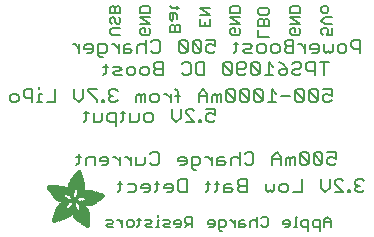
<source format=gbr>
G04 EAGLE Gerber RS-274X export*
G75*
%MOMM*%
%FSLAX34Y34*%
%LPD*%
%INSilkscreen Bottom*%
%IPPOS*%
%AMOC8*
5,1,8,0,0,1.08239X$1,22.5*%
G01*
%ADD10C,0.152400*%
%ADD11C,0.127000*%
%ADD12R,0.007600X0.068600*%
%ADD13R,0.007600X0.114300*%
%ADD14R,0.007700X0.152400*%
%ADD15R,0.007600X0.182900*%
%ADD16R,0.007600X0.205700*%
%ADD17R,0.007600X0.228600*%
%ADD18R,0.007600X0.259100*%
%ADD19R,0.007700X0.274300*%
%ADD20R,0.007600X0.289500*%
%ADD21R,0.007600X0.304800*%
%ADD22R,0.007600X0.320100*%
%ADD23R,0.007600X0.342900*%
%ADD24R,0.007700X0.350500*%
%ADD25R,0.007600X0.365800*%
%ADD26R,0.007600X0.381000*%
%ADD27R,0.007600X0.388600*%
%ADD28R,0.007600X0.403800*%
%ADD29R,0.007700X0.419100*%
%ADD30R,0.007600X0.426700*%
%ADD31R,0.007600X0.441900*%
%ADD32R,0.007600X0.449600*%
%ADD33R,0.007600X0.464800*%
%ADD34R,0.007700X0.480000*%
%ADD35R,0.007600X0.487600*%
%ADD36R,0.007600X0.495300*%
%ADD37R,0.007600X0.510500*%
%ADD38R,0.007600X0.518100*%
%ADD39R,0.007700X0.525700*%
%ADD40R,0.007600X0.541000*%
%ADD41R,0.007600X0.548600*%
%ADD42R,0.007600X0.563800*%
%ADD43R,0.007600X0.571500*%
%ADD44R,0.007700X0.579100*%
%ADD45R,0.007600X0.594300*%
%ADD46R,0.007600X0.601900*%
%ADD47R,0.007600X0.609600*%
%ADD48R,0.007600X0.624800*%
%ADD49R,0.007700X0.632400*%
%ADD50R,0.007600X0.640000*%
%ADD51R,0.007600X0.655300*%
%ADD52R,0.007600X0.662900*%
%ADD53R,0.007600X0.678100*%
%ADD54R,0.007700X0.685800*%
%ADD55R,0.007600X0.693400*%
%ADD56R,0.007600X0.708600*%
%ADD57R,0.007600X0.716200*%
%ADD58R,0.007600X0.723900*%
%ADD59R,0.007700X0.739100*%
%ADD60R,0.007600X0.746700*%
%ADD61R,0.007600X0.754300*%
%ADD62R,0.007600X0.769600*%
%ADD63R,0.007600X0.777200*%
%ADD64R,0.007700X0.792400*%
%ADD65R,0.007600X0.800100*%
%ADD66R,0.007600X0.807700*%
%ADD67R,0.007600X0.822900*%
%ADD68R,0.007600X0.830500*%
%ADD69R,0.007700X0.838200*%
%ADD70R,0.007600X0.091500*%
%ADD71R,0.007600X0.853400*%
%ADD72R,0.007600X0.144700*%
%ADD73R,0.007600X0.861000*%
%ADD74R,0.007600X0.190500*%
%ADD75R,0.007600X0.876300*%
%ADD76R,0.007600X0.221000*%
%ADD77R,0.007600X0.883900*%
%ADD78R,0.007700X0.259000*%
%ADD79R,0.007700X0.891500*%
%ADD80R,0.007600X0.289600*%
%ADD81R,0.007600X0.906700*%
%ADD82R,0.007600X0.914400*%
%ADD83R,0.007600X0.350500*%
%ADD84R,0.007600X0.922000*%
%ADD85R,0.007600X0.937200*%
%ADD86R,0.007700X0.411400*%
%ADD87R,0.007700X0.944800*%
%ADD88R,0.007600X0.434300*%
%ADD89R,0.007600X0.952500*%
%ADD90R,0.007600X0.464900*%
%ADD91R,0.007600X0.967700*%
%ADD92R,0.007600X0.975300*%
%ADD93R,0.007600X0.518200*%
%ADD94R,0.007600X0.990600*%
%ADD95R,0.007700X0.548600*%
%ADD96R,0.007700X0.998200*%
%ADD97R,0.007600X1.005800*%
%ADD98R,0.007600X0.594400*%
%ADD99R,0.007600X1.021000*%
%ADD100R,0.007600X0.617200*%
%ADD101R,0.007600X1.028700*%
%ADD102R,0.007600X0.647700*%
%ADD103R,0.007600X1.036300*%
%ADD104R,0.007700X0.670500*%
%ADD105R,0.007700X1.051500*%
%ADD106R,0.007600X1.059100*%
%ADD107R,0.007600X0.716300*%
%ADD108R,0.007600X1.066800*%
%ADD109R,0.007600X0.739100*%
%ADD110R,0.007600X1.074400*%
%ADD111R,0.007600X0.762000*%
%ADD112R,0.007600X1.089600*%
%ADD113R,0.007700X0.784800*%
%ADD114R,0.007700X1.097200*%
%ADD115R,0.007600X1.104900*%
%ADD116R,0.007600X0.830600*%
%ADD117R,0.007600X1.112500*%
%ADD118R,0.007600X0.845800*%
%ADD119R,0.007600X1.120100*%
%ADD120R,0.007600X0.868700*%
%ADD121R,0.007600X1.127700*%
%ADD122R,0.007700X1.135300*%
%ADD123R,0.007600X1.143000*%
%ADD124R,0.007600X0.944900*%
%ADD125R,0.007600X1.150600*%
%ADD126R,0.007600X0.960100*%
%ADD127R,0.007600X1.158200*%
%ADD128R,0.007600X0.983000*%
%ADD129R,0.007600X1.165800*%
%ADD130R,0.007700X1.005900*%
%ADD131R,0.007700X1.173400*%
%ADD132R,0.007600X1.021100*%
%ADD133R,0.007600X1.181100*%
%ADD134R,0.007600X1.044000*%
%ADD135R,0.007600X1.188700*%
%ADD136R,0.007600X1.196300*%
%ADD137R,0.007600X1.082000*%
%ADD138R,0.007600X1.203900*%
%ADD139R,0.007700X1.104900*%
%ADD140R,0.007700X1.211500*%
%ADD141R,0.007600X1.211500*%
%ADD142R,0.007600X1.219200*%
%ADD143R,0.007600X1.226800*%
%ADD144R,0.007600X1.234400*%
%ADD145R,0.007700X1.188700*%
%ADD146R,0.007700X1.242000*%
%ADD147R,0.007600X1.242000*%
%ADD148R,0.007600X1.211600*%
%ADD149R,0.007600X1.249600*%
%ADD150R,0.007600X1.257300*%
%ADD151R,0.007600X1.264900*%
%ADD152R,0.007700X1.242100*%
%ADD153R,0.007700X1.264900*%
%ADD154R,0.007600X1.272500*%
%ADD155R,0.007600X1.265000*%
%ADD156R,0.007600X1.280100*%
%ADD157R,0.007600X1.272600*%
%ADD158R,0.007600X1.287700*%
%ADD159R,0.007600X1.287800*%
%ADD160R,0.007700X1.295400*%
%ADD161R,0.007600X1.303000*%
%ADD162R,0.007600X1.318200*%
%ADD163R,0.007600X1.310600*%
%ADD164R,0.007600X1.325900*%
%ADD165R,0.007700X1.341100*%
%ADD166R,0.007700X1.318200*%
%ADD167R,0.007600X1.341100*%
%ADD168R,0.007600X1.325800*%
%ADD169R,0.007600X1.348700*%
%ADD170R,0.007600X1.364000*%
%ADD171R,0.007600X1.333500*%
%ADD172R,0.007700X1.371600*%
%ADD173R,0.007600X1.379200*%
%ADD174R,0.007600X1.379300*%
%ADD175R,0.007600X1.386900*%
%ADD176R,0.007600X1.394500*%
%ADD177R,0.007600X1.356300*%
%ADD178R,0.007700X1.394400*%
%ADD179R,0.007700X1.356300*%
%ADD180R,0.007600X1.402000*%
%ADD181R,0.007600X1.409700*%
%ADD182R,0.007600X1.363900*%
%ADD183R,0.007600X1.417300*%
%ADD184R,0.007600X1.371600*%
%ADD185R,0.007700X1.424900*%
%ADD186R,0.007600X1.424900*%
%ADD187R,0.007600X1.432600*%
%ADD188R,0.007600X1.440200*%
%ADD189R,0.007600X1.386800*%
%ADD190R,0.007700X1.447800*%
%ADD191R,0.007700X1.386800*%
%ADD192R,0.007600X1.447800*%
%ADD193R,0.007600X1.455500*%
%ADD194R,0.007600X1.394400*%
%ADD195R,0.007600X1.463100*%
%ADD196R,0.007700X1.455400*%
%ADD197R,0.007600X1.463000*%
%ADD198R,0.007600X1.470600*%
%ADD199R,0.007700X1.470600*%
%ADD200R,0.007700X1.409700*%
%ADD201R,0.007600X1.470700*%
%ADD202R,0.007600X1.402100*%
%ADD203R,0.007600X1.478300*%
%ADD204R,0.007700X1.478300*%
%ADD205R,0.007700X1.402100*%
%ADD206R,0.007600X1.485900*%
%ADD207R,0.007700X1.485900*%
%ADD208R,0.007700X1.493500*%
%ADD209R,0.007600X1.493500*%
%ADD210R,0.007700X1.394500*%
%ADD211R,0.007700X1.493600*%
%ADD212R,0.007700X1.386900*%
%ADD213R,0.007700X1.379200*%
%ADD214R,0.007700X2.857500*%
%ADD215R,0.007600X2.857500*%
%ADD216R,0.007600X2.849900*%
%ADD217R,0.007600X2.842300*%
%ADD218R,0.007700X2.834700*%
%ADD219R,0.007600X2.827000*%
%ADD220R,0.007600X2.819400*%
%ADD221R,0.007600X2.811800*%
%ADD222R,0.007700X2.811800*%
%ADD223R,0.007600X2.804100*%
%ADD224R,0.007600X2.796500*%
%ADD225R,0.007600X1.966000*%
%ADD226R,0.007600X1.943100*%
%ADD227R,0.007600X0.754400*%
%ADD228R,0.007700X1.927900*%
%ADD229R,0.007700X0.746700*%
%ADD230R,0.007600X1.912600*%
%ADD231R,0.007600X0.731500*%
%ADD232R,0.007600X1.905000*%
%ADD233R,0.007600X1.882200*%
%ADD234R,0.007600X1.874600*%
%ADD235R,0.007700X1.866900*%
%ADD236R,0.007700X0.708700*%
%ADD237R,0.007600X1.851600*%
%ADD238R,0.007600X0.701100*%
%ADD239R,0.007600X1.844000*%
%ADD240R,0.007600X1.836400*%
%ADD241R,0.007600X1.821200*%
%ADD242R,0.007600X0.685800*%
%ADD243R,0.007700X1.813500*%
%ADD244R,0.007600X1.805900*%
%ADD245R,0.007600X0.678200*%
%ADD246R,0.007600X1.790700*%
%ADD247R,0.007600X0.670600*%
%ADD248R,0.007600X1.775500*%
%ADD249R,0.007700X1.767900*%
%ADD250R,0.007700X0.663000*%
%ADD251R,0.007600X1.760200*%
%ADD252R,0.007600X1.752600*%
%ADD253R,0.007600X0.937300*%
%ADD254R,0.007600X0.792500*%
%ADD255R,0.007600X0.899100*%
%ADD256R,0.007700X0.883900*%
%ADD257R,0.007700X0.716300*%
%ADD258R,0.007700X0.647700*%
%ADD259R,0.007600X0.640100*%
%ADD260R,0.007600X0.632500*%
%ADD261R,0.007600X0.655400*%
%ADD262R,0.007600X0.632400*%
%ADD263R,0.007700X0.845800*%
%ADD264R,0.007700X0.617200*%
%ADD265R,0.007700X0.624800*%
%ADD266R,0.007600X0.602000*%
%ADD267R,0.007600X0.838200*%
%ADD268R,0.007600X0.586700*%
%ADD269R,0.007600X0.548700*%
%ADD270R,0.007700X0.830500*%
%ADD271R,0.007700X0.541000*%
%ADD272R,0.007700X0.594300*%
%ADD273R,0.007600X0.525800*%
%ADD274R,0.007600X0.586800*%
%ADD275R,0.007600X0.815300*%
%ADD276R,0.007600X0.579200*%
%ADD277R,0.007600X0.815400*%
%ADD278R,0.007700X0.815400*%
%ADD279R,0.007700X0.571500*%
%ADD280R,0.007600X0.807800*%
%ADD281R,0.007600X0.563900*%
%ADD282R,0.007600X0.457200*%
%ADD283R,0.007600X0.442000*%
%ADD284R,0.007600X0.556300*%
%ADD285R,0.007700X0.807700*%
%ADD286R,0.007600X0.411500*%
%ADD287R,0.007600X0.533400*%
%ADD288R,0.007600X0.076200*%
%ADD289R,0.007600X0.403900*%
%ADD290R,0.007600X0.525700*%
%ADD291R,0.007600X0.388700*%
%ADD292R,0.007600X0.297200*%
%ADD293R,0.007700X0.373400*%
%ADD294R,0.007700X0.503000*%
%ADD295R,0.007700X0.426800*%
%ADD296R,0.007600X0.358100*%
%ADD297R,0.007600X0.502900*%
%ADD298R,0.007600X0.472400*%
%ADD299R,0.007600X0.487700*%
%ADD300R,0.007600X0.335300*%
%ADD301R,0.007700X0.792500*%
%ADD302R,0.007700X0.327600*%
%ADD303R,0.007700X0.472400*%
%ADD304R,0.007700X0.640000*%
%ADD305R,0.007600X0.784800*%
%ADD306R,0.007600X0.320000*%
%ADD307R,0.007600X0.792400*%
%ADD308R,0.007600X1.173400*%
%ADD309R,0.007600X1.196400*%
%ADD310R,0.007600X0.784900*%
%ADD311R,0.007700X0.784900*%
%ADD312R,0.007700X0.297200*%
%ADD313R,0.007600X1.249700*%
%ADD314R,0.007600X0.281900*%
%ADD315R,0.007600X1.295400*%
%ADD316R,0.007600X0.266700*%
%ADD317R,0.007700X0.777300*%
%ADD318R,0.007700X0.266700*%
%ADD319R,0.007700X1.333500*%
%ADD320R,0.007600X0.777300*%
%ADD321R,0.007600X1.348800*%
%ADD322R,0.007600X0.251500*%
%ADD323R,0.007700X0.243900*%
%ADD324R,0.007600X0.243900*%
%ADD325R,0.007600X1.440100*%
%ADD326R,0.007600X0.236200*%
%ADD327R,0.007700X0.762000*%
%ADD328R,0.007700X0.236200*%
%ADD329R,0.007700X1.508700*%
%ADD330R,0.007600X1.531600*%
%ADD331R,0.007600X1.546900*%
%ADD332R,0.007600X1.569700*%
%ADD333R,0.007600X1.585000*%
%ADD334R,0.007700X0.746800*%
%ADD335R,0.007700X1.607800*%
%ADD336R,0.007600X0.243800*%
%ADD337R,0.007600X1.630700*%
%ADD338R,0.007600X1.653500*%
%ADD339R,0.007600X0.739200*%
%ADD340R,0.007600X1.684000*%
%ADD341R,0.007600X2.019300*%
%ADD342R,0.007700X0.731500*%
%ADD343R,0.007700X2.026900*%
%ADD344R,0.007600X2.049800*%
%ADD345R,0.007600X2.057400*%
%ADD346R,0.007600X0.708700*%
%ADD347R,0.007600X2.072600*%
%ADD348R,0.007600X0.701000*%
%ADD349R,0.007600X2.095500*%
%ADD350R,0.007700X0.693500*%
%ADD351R,0.007700X2.110800*%
%ADD352R,0.007600X2.141200*%
%ADD353R,0.007600X0.060900*%
%ADD354R,0.007600X2.872700*%
%ADD355R,0.007600X3.124200*%
%ADD356R,0.007600X3.177600*%
%ADD357R,0.007700X3.215600*%
%ADD358R,0.007600X3.253700*%
%ADD359R,0.007600X3.284300*%
%ADD360R,0.007600X3.314700*%
%ADD361R,0.007600X3.352800*%
%ADD362R,0.007700X3.375600*%
%ADD363R,0.007600X3.406200*%
%ADD364R,0.007600X3.429000*%
%ADD365R,0.007600X3.451800*%
%ADD366R,0.007600X3.482400*%
%ADD367R,0.007700X1.828800*%
%ADD368R,0.007700X1.539300*%
%ADD369R,0.007600X1.767900*%
%ADD370R,0.007600X1.767800*%
%ADD371R,0.007700X1.760200*%
%ADD372R,0.007600X1.760300*%
%ADD373R,0.007700X1.775400*%
%ADD374R,0.007700X1.379300*%
%ADD375R,0.007600X1.783000*%
%ADD376R,0.007600X1.813500*%
%ADD377R,0.007700X1.821100*%
%ADD378R,0.007600X0.503000*%
%ADD379R,0.007600X1.135400*%
%ADD380R,0.007700X1.127700*%
%ADD381R,0.007700X0.487700*%
%ADD382R,0.007600X1.120200*%
%ADD383R,0.007600X1.097300*%
%ADD384R,0.007600X0.510600*%
%ADD385R,0.007700X1.074400*%
%ADD386R,0.007700X0.525800*%
%ADD387R,0.007700X1.440200*%
%ADD388R,0.007600X1.059200*%
%ADD389R,0.007600X1.051600*%
%ADD390R,0.007600X1.051500*%
%ADD391R,0.007700X1.043900*%
%ADD392R,0.007700X0.602000*%
%ADD393R,0.007600X1.524000*%
%ADD394R,0.007600X1.539300*%
%ADD395R,0.007600X1.592600*%
%ADD396R,0.007700X1.021100*%
%ADD397R,0.007700X1.615400*%
%ADD398R,0.007600X1.013400*%
%ADD399R,0.007600X1.653600*%
%ADD400R,0.007600X1.013500*%
%ADD401R,0.007600X1.699300*%
%ADD402R,0.007600X2.743200*%
%ADD403R,0.007600X1.005900*%
%ADD404R,0.007600X2.415500*%
%ADD405R,0.007700X1.005800*%
%ADD406R,0.007700X0.281900*%
%ADD407R,0.007700X2.408000*%
%ADD408R,0.007600X2.407900*%
%ADD409R,0.007600X0.998200*%
%ADD410R,0.007600X0.282000*%
%ADD411R,0.007600X0.998300*%
%ADD412R,0.007600X2.400300*%
%ADD413R,0.007700X0.289500*%
%ADD414R,0.007700X2.400300*%
%ADD415R,0.007600X0.297100*%
%ADD416R,0.007600X0.312400*%
%ADD417R,0.007600X2.392700*%
%ADD418R,0.007700X0.990600*%
%ADD419R,0.007700X0.327700*%
%ADD420R,0.007700X2.392700*%
%ADD421R,0.007600X2.385100*%
%ADD422R,0.007700X0.381000*%
%ADD423R,0.007700X2.377400*%
%ADD424R,0.007600X2.377400*%
%ADD425R,0.007600X2.369800*%
%ADD426R,0.007600X0.419100*%
%ADD427R,0.007600X2.362200*%
%ADD428R,0.007600X0.426800*%
%ADD429R,0.007700X1.036300*%
%ADD430R,0.007700X0.442000*%
%ADD431R,0.007700X2.354600*%
%ADD432R,0.007600X2.354600*%
%ADD433R,0.007600X0.480100*%
%ADD434R,0.007600X2.347000*%
%ADD435R,0.007600X1.074500*%
%ADD436R,0.007600X2.339400*%
%ADD437R,0.007700X1.082100*%
%ADD438R,0.007700X0.548700*%
%ADD439R,0.007700X2.331800*%
%ADD440R,0.007600X2.331800*%
%ADD441R,0.007600X0.624900*%
%ADD442R,0.007600X2.324100*%
%ADD443R,0.007600X1.859300*%
%ADD444R,0.007600X2.308800*%
%ADD445R,0.007700X2.301200*%
%ADD446R,0.007600X2.301200*%
%ADD447R,0.007600X2.293600*%
%ADD448R,0.007600X2.278400*%
%ADD449R,0.007600X1.889800*%
%ADD450R,0.007600X2.270700*%
%ADD451R,0.007700X1.897400*%
%ADD452R,0.007700X2.255500*%
%ADD453R,0.007600X1.897400*%
%ADD454R,0.007600X2.247900*%
%ADD455R,0.007600X2.232600*%
%ADD456R,0.007600X1.912700*%
%ADD457R,0.007600X2.209800*%
%ADD458R,0.007600X1.920300*%
%ADD459R,0.007600X2.186900*%
%ADD460R,0.007700X1.920300*%
%ADD461R,0.007700X2.171700*%
%ADD462R,0.007600X1.935500*%
%ADD463R,0.007600X2.148800*%
%ADD464R,0.007600X2.126000*%
%ADD465R,0.007600X1.950700*%
%ADD466R,0.007700X1.958400*%
%ADD467R,0.007700X2.042200*%
%ADD468R,0.007600X1.973600*%
%ADD469R,0.007600X1.996500*%
%ADD470R,0.007600X1.981200*%
%ADD471R,0.007600X1.988800*%
%ADD472R,0.007700X1.996400*%
%ADD473R,0.007600X1.996400*%
%ADD474R,0.007600X2.004100*%
%ADD475R,0.007600X1.874500*%
%ADD476R,0.007600X1.425000*%
%ADD477R,0.007600X2.026900*%
%ADD478R,0.007700X0.434400*%
%ADD479R,0.007700X1.364000*%
%ADD480R,0.007600X2.034500*%
%ADD481R,0.007600X0.434400*%
%ADD482R,0.007600X2.049700*%
%ADD483R,0.007700X2.065000*%
%ADD484R,0.007700X0.464800*%
%ADD485R,0.007700X1.196300*%
%ADD486R,0.007600X2.080300*%
%ADD487R,0.007600X1.158300*%
%ADD488R,0.007600X2.087900*%
%ADD489R,0.007600X0.472500*%
%ADD490R,0.007600X2.103100*%
%ADD491R,0.007600X2.118400*%
%ADD492R,0.007600X2.133600*%
%ADD493R,0.007700X2.148800*%
%ADD494R,0.007600X2.164000*%
%ADD495R,0.007600X2.171700*%
%ADD496R,0.007600X2.187000*%
%ADD497R,0.007600X0.556200*%
%ADD498R,0.007700X2.202200*%
%ADD499R,0.007700X0.556200*%
%ADD500R,0.007700X0.640100*%
%ADD501R,0.007600X0.579100*%
%ADD502R,0.007600X0.480000*%
%ADD503R,0.007700X1.752600*%
%ADD504R,0.007700X0.487600*%
%ADD505R,0.007700X0.594400*%
%ADD506R,0.007700X0.358100*%
%ADD507R,0.007600X0.099000*%
%ADD508R,0.007600X1.280200*%
%ADD509R,0.007600X1.745000*%
%ADD510R,0.007600X1.744900*%
%ADD511R,0.007700X1.737300*%
%ADD512R,0.007600X1.737400*%
%ADD513R,0.007600X1.729800*%
%ADD514R,0.007600X1.722200*%
%ADD515R,0.007600X1.722100*%
%ADD516R,0.007700X1.714500*%
%ADD517R,0.007700X1.356400*%
%ADD518R,0.007600X1.706900*%
%ADD519R,0.007600X1.356400*%
%ADD520R,0.007600X1.691700*%
%ADD521R,0.007700X1.668800*%
%ADD522R,0.007600X1.645900*%
%ADD523R,0.007600X1.623100*%
%ADD524R,0.007600X1.577400*%
%ADD525R,0.007600X1.554400*%
%ADD526R,0.007600X1.539200*%
%ADD527R,0.007700X1.524000*%
%ADD528R,0.007600X1.501100*%
%ADD529R,0.007600X1.455400*%
%ADD530R,0.007700X1.348800*%
%ADD531R,0.007600X1.318300*%
%ADD532R,0.007700X1.310600*%
%ADD533R,0.007700X1.287800*%
%ADD534R,0.007600X1.234500*%
%ADD535R,0.007600X1.226900*%
%ADD536R,0.007700X1.173500*%
%ADD537R,0.007600X1.173500*%
%ADD538R,0.007600X1.165900*%
%ADD539R,0.007700X1.143000*%
%ADD540R,0.007600X1.127800*%
%ADD541R,0.007600X1.097200*%
%ADD542R,0.007700X1.028700*%
%ADD543R,0.007600X0.982900*%
%ADD544R,0.007700X0.952500*%
%ADD545R,0.007600X0.929600*%
%ADD546R,0.007700X0.906800*%
%ADD547R,0.007600X0.906800*%
%ADD548R,0.007600X0.899200*%
%ADD549R,0.007600X0.884000*%
%ADD550R,0.007700X0.876300*%
%ADD551R,0.007700X0.830600*%
%ADD552R,0.007700X0.754400*%
%ADD553R,0.007600X0.746800*%
%ADD554R,0.007700X0.708600*%
%ADD555R,0.007700X0.678200*%
%ADD556R,0.007600X0.663000*%
%ADD557R,0.007700X0.632500*%
%ADD558R,0.007700X0.556300*%
%ADD559R,0.007700X0.518200*%
%ADD560R,0.007700X0.434300*%
%ADD561R,0.007700X0.396300*%
%ADD562R,0.007600X0.373300*%
%ADD563R,0.007600X0.365700*%
%ADD564R,0.007600X0.327700*%
%ADD565R,0.007700X0.304800*%
%ADD566R,0.007600X0.274300*%
%ADD567R,0.007700X0.243800*%
%ADD568R,0.007600X0.205800*%
%ADD569R,0.007600X0.152400*%
%ADD570R,0.007700X0.121900*%


D10*
X278720Y132842D02*
X278720Y144028D01*
X282448Y144028D02*
X274991Y144028D01*
X270754Y144028D02*
X270754Y132842D01*
X270754Y144028D02*
X265161Y144028D01*
X263297Y142163D01*
X263297Y138435D01*
X265161Y136571D01*
X270754Y136571D01*
X253467Y144028D02*
X251603Y142163D01*
X253467Y144028D02*
X257196Y144028D01*
X259060Y142163D01*
X259060Y140299D01*
X257196Y138435D01*
X253467Y138435D01*
X251603Y136571D01*
X251603Y134706D01*
X253467Y132842D01*
X257196Y132842D01*
X259060Y134706D01*
X243638Y142163D02*
X239909Y144028D01*
X243638Y142163D02*
X247366Y138435D01*
X247366Y134706D01*
X245502Y132842D01*
X241773Y132842D01*
X239909Y134706D01*
X239909Y136571D01*
X241773Y138435D01*
X247366Y138435D01*
X235672Y140299D02*
X231944Y144028D01*
X231944Y132842D01*
X235672Y132842D02*
X228215Y132842D01*
X223978Y134706D02*
X223978Y142163D01*
X222114Y144028D01*
X218385Y144028D01*
X216521Y142163D01*
X216521Y134706D01*
X218385Y132842D01*
X222114Y132842D01*
X223978Y134706D01*
X216521Y142163D01*
X212284Y134706D02*
X210420Y132842D01*
X206691Y132842D01*
X204827Y134706D01*
X204827Y142163D01*
X206691Y144028D01*
X210420Y144028D01*
X212284Y142163D01*
X212284Y140299D01*
X210420Y138435D01*
X204827Y138435D01*
X200590Y142163D02*
X200590Y134706D01*
X200590Y142163D02*
X198726Y144028D01*
X194997Y144028D01*
X193133Y142163D01*
X193133Y134706D01*
X194997Y132842D01*
X198726Y132842D01*
X200590Y134706D01*
X193133Y142163D01*
X177202Y144028D02*
X177202Y132842D01*
X171610Y132842D01*
X169745Y134706D01*
X169745Y142163D01*
X171610Y144028D01*
X177202Y144028D01*
X159916Y144028D02*
X158051Y142163D01*
X159916Y144028D02*
X163644Y144028D01*
X165508Y142163D01*
X165508Y134706D01*
X163644Y132842D01*
X159916Y132842D01*
X158051Y134706D01*
X142120Y132842D02*
X142120Y144028D01*
X136528Y144028D01*
X134663Y142163D01*
X134663Y140299D01*
X136528Y138435D01*
X134663Y136571D01*
X134663Y134706D01*
X136528Y132842D01*
X142120Y132842D01*
X142120Y138435D02*
X136528Y138435D01*
X128562Y132842D02*
X124834Y132842D01*
X122969Y134706D01*
X122969Y138435D01*
X124834Y140299D01*
X128562Y140299D01*
X130426Y138435D01*
X130426Y134706D01*
X128562Y132842D01*
X116868Y132842D02*
X113140Y132842D01*
X111275Y134706D01*
X111275Y138435D01*
X113140Y140299D01*
X116868Y140299D01*
X118732Y138435D01*
X118732Y134706D01*
X116868Y132842D01*
X107038Y132842D02*
X101446Y132842D01*
X99581Y134706D01*
X101446Y136571D01*
X105174Y136571D01*
X107038Y138435D01*
X105174Y140299D01*
X99581Y140299D01*
X93480Y142163D02*
X93480Y134706D01*
X91616Y132842D01*
X91616Y140299D02*
X95345Y140299D01*
X309118Y151892D02*
X309118Y163078D01*
X303525Y163078D01*
X301661Y161213D01*
X301661Y157485D01*
X303525Y155621D01*
X309118Y155621D01*
X295560Y151892D02*
X291831Y151892D01*
X289967Y153756D01*
X289967Y157485D01*
X291831Y159349D01*
X295560Y159349D01*
X297424Y157485D01*
X297424Y153756D01*
X295560Y151892D01*
X285730Y153756D02*
X285730Y159349D01*
X285730Y153756D02*
X283866Y151892D01*
X282002Y153756D01*
X280137Y151892D01*
X278273Y153756D01*
X278273Y159349D01*
X272172Y151892D02*
X268443Y151892D01*
X272172Y151892D02*
X274036Y153756D01*
X274036Y157485D01*
X272172Y159349D01*
X268443Y159349D01*
X266579Y157485D01*
X266579Y155621D01*
X274036Y155621D01*
X262342Y159349D02*
X262342Y151892D01*
X262342Y155621D02*
X258614Y159349D01*
X256749Y159349D01*
X252597Y163078D02*
X252597Y151892D01*
X252597Y163078D02*
X247004Y163078D01*
X245140Y161213D01*
X245140Y159349D01*
X247004Y157485D01*
X245140Y155621D01*
X245140Y153756D01*
X247004Y151892D01*
X252597Y151892D01*
X252597Y157485D02*
X247004Y157485D01*
X239039Y151892D02*
X235310Y151892D01*
X233446Y153756D01*
X233446Y157485D01*
X235310Y159349D01*
X239039Y159349D01*
X240903Y157485D01*
X240903Y153756D01*
X239039Y151892D01*
X227345Y151892D02*
X223616Y151892D01*
X221752Y153756D01*
X221752Y157485D01*
X223616Y159349D01*
X227345Y159349D01*
X229209Y157485D01*
X229209Y153756D01*
X227345Y151892D01*
X217515Y151892D02*
X211923Y151892D01*
X210058Y153756D01*
X211923Y155621D01*
X215651Y155621D01*
X217515Y157485D01*
X215651Y159349D01*
X210058Y159349D01*
X203957Y161213D02*
X203957Y153756D01*
X202093Y151892D01*
X202093Y159349D02*
X205821Y159349D01*
X186331Y163078D02*
X178874Y163078D01*
X186331Y163078D02*
X186331Y157485D01*
X182603Y159349D01*
X180739Y159349D01*
X178874Y157485D01*
X178874Y153756D01*
X180739Y151892D01*
X184467Y151892D01*
X186331Y153756D01*
X174637Y153756D02*
X174637Y161213D01*
X172773Y163078D01*
X169045Y163078D01*
X167180Y161213D01*
X167180Y153756D01*
X169045Y151892D01*
X172773Y151892D01*
X174637Y153756D01*
X167180Y161213D01*
X162943Y161213D02*
X162943Y153756D01*
X162943Y161213D02*
X161079Y163078D01*
X157351Y163078D01*
X155486Y161213D01*
X155486Y153756D01*
X157351Y151892D01*
X161079Y151892D01*
X162943Y153756D01*
X155486Y161213D01*
X133963Y163078D02*
X132098Y161213D01*
X133963Y163078D02*
X137691Y163078D01*
X139555Y161213D01*
X139555Y153756D01*
X137691Y151892D01*
X133963Y151892D01*
X132098Y153756D01*
X127862Y151892D02*
X127862Y163078D01*
X125997Y159349D02*
X127862Y157485D01*
X125997Y159349D02*
X122269Y159349D01*
X120404Y157485D01*
X120404Y151892D01*
X114303Y159349D02*
X110575Y159349D01*
X108711Y157485D01*
X108711Y151892D01*
X114303Y151892D01*
X116168Y153756D01*
X114303Y155621D01*
X108711Y155621D01*
X104474Y159349D02*
X104474Y151892D01*
X104474Y155621D02*
X100745Y159349D01*
X98881Y159349D01*
X91000Y148164D02*
X89136Y148164D01*
X87272Y150028D01*
X87272Y159349D01*
X92864Y159349D01*
X94729Y157485D01*
X94729Y153756D01*
X92864Y151892D01*
X87272Y151892D01*
X81170Y151892D02*
X77442Y151892D01*
X81170Y151892D02*
X83035Y153756D01*
X83035Y157485D01*
X81170Y159349D01*
X77442Y159349D01*
X75578Y157485D01*
X75578Y155621D01*
X83035Y155621D01*
X71341Y159349D02*
X71341Y151892D01*
X71341Y155621D02*
X67612Y159349D01*
X65748Y159349D01*
X277480Y121168D02*
X284937Y121168D01*
X284937Y115575D01*
X281208Y117439D01*
X279344Y117439D01*
X277480Y115575D01*
X277480Y111846D01*
X279344Y109982D01*
X283073Y109982D01*
X284937Y111846D01*
X273243Y111846D02*
X273243Y119303D01*
X271379Y121168D01*
X267650Y121168D01*
X265786Y119303D01*
X265786Y111846D01*
X267650Y109982D01*
X271379Y109982D01*
X273243Y111846D01*
X265786Y119303D01*
X261549Y119303D02*
X261549Y111846D01*
X261549Y119303D02*
X259685Y121168D01*
X255956Y121168D01*
X254092Y119303D01*
X254092Y111846D01*
X255956Y109982D01*
X259685Y109982D01*
X261549Y111846D01*
X254092Y119303D01*
X249855Y115575D02*
X242398Y115575D01*
X238161Y117439D02*
X234433Y121168D01*
X234433Y109982D01*
X238161Y109982D02*
X230704Y109982D01*
X226467Y111846D02*
X226467Y119303D01*
X224603Y121168D01*
X220874Y121168D01*
X219010Y119303D01*
X219010Y111846D01*
X220874Y109982D01*
X224603Y109982D01*
X226467Y111846D01*
X219010Y119303D01*
X214773Y119303D02*
X214773Y111846D01*
X214773Y119303D02*
X212909Y121168D01*
X209180Y121168D01*
X207316Y119303D01*
X207316Y111846D01*
X209180Y109982D01*
X212909Y109982D01*
X214773Y111846D01*
X207316Y119303D01*
X203079Y119303D02*
X203079Y111846D01*
X203079Y119303D02*
X201215Y121168D01*
X197486Y121168D01*
X195622Y119303D01*
X195622Y111846D01*
X197486Y109982D01*
X201215Y109982D01*
X203079Y111846D01*
X195622Y119303D01*
X191385Y117439D02*
X191385Y109982D01*
X191385Y117439D02*
X189521Y117439D01*
X187657Y115575D01*
X187657Y109982D01*
X187657Y115575D02*
X185792Y117439D01*
X183928Y115575D01*
X183928Y109982D01*
X179691Y109982D02*
X179691Y117439D01*
X175963Y121168D01*
X172234Y117439D01*
X172234Y109982D01*
X172234Y115575D02*
X179691Y115575D01*
X154439Y119303D02*
X154439Y109982D01*
X154439Y119303D02*
X152575Y121168D01*
X152575Y115575D02*
X156303Y115575D01*
X148507Y117439D02*
X148507Y109982D01*
X148507Y113711D02*
X144779Y117439D01*
X142915Y117439D01*
X136898Y109982D02*
X133170Y109982D01*
X131305Y111846D01*
X131305Y115575D01*
X133170Y117439D01*
X136898Y117439D01*
X138762Y115575D01*
X138762Y111846D01*
X136898Y109982D01*
X127068Y109982D02*
X127068Y117439D01*
X125204Y117439D01*
X123340Y115575D01*
X123340Y109982D01*
X123340Y115575D02*
X121476Y117439D01*
X119611Y115575D01*
X119611Y109982D01*
X103680Y119303D02*
X101816Y121168D01*
X98088Y121168D01*
X96223Y119303D01*
X96223Y117439D01*
X98088Y115575D01*
X99952Y115575D01*
X98088Y115575D02*
X96223Y113711D01*
X96223Y111846D01*
X98088Y109982D01*
X101816Y109982D01*
X103680Y111846D01*
X91986Y111846D02*
X91986Y109982D01*
X91986Y111846D02*
X90122Y111846D01*
X90122Y109982D01*
X91986Y109982D01*
X86140Y121168D02*
X78682Y121168D01*
X78682Y119303D01*
X86140Y111846D01*
X86140Y109982D01*
X74446Y113711D02*
X74446Y121168D01*
X74446Y113711D02*
X70717Y109982D01*
X66989Y113711D01*
X66989Y121168D01*
X51058Y121168D02*
X51058Y109982D01*
X43601Y109982D01*
X39364Y117439D02*
X37499Y117439D01*
X37499Y109982D01*
X35635Y109982D02*
X39364Y109982D01*
X37499Y121168D02*
X37499Y123032D01*
X31568Y121168D02*
X31568Y109982D01*
X31568Y121168D02*
X25975Y121168D01*
X24111Y119303D01*
X24111Y115575D01*
X25975Y113711D01*
X31568Y113711D01*
X18009Y109982D02*
X14281Y109982D01*
X12417Y111846D01*
X12417Y115575D01*
X14281Y117439D01*
X18009Y117439D01*
X19874Y115575D01*
X19874Y111846D01*
X18009Y109982D01*
D11*
X283995Y10377D02*
X283995Y4445D01*
X283995Y10377D02*
X281030Y13343D01*
X278064Y10377D01*
X278064Y4445D01*
X278064Y8894D02*
X283995Y8894D01*
X274640Y10377D02*
X274640Y1479D01*
X274640Y10377D02*
X270191Y10377D01*
X268708Y8894D01*
X268708Y5928D01*
X270191Y4445D01*
X274640Y4445D01*
X265285Y1479D02*
X265285Y10377D01*
X260836Y10377D01*
X259353Y8894D01*
X259353Y5928D01*
X260836Y4445D01*
X265285Y4445D01*
X255930Y13343D02*
X254447Y13343D01*
X254447Y4445D01*
X255930Y4445D02*
X252964Y4445D01*
X248210Y4445D02*
X245244Y4445D01*
X248210Y4445D02*
X249693Y5928D01*
X249693Y8894D01*
X248210Y10377D01*
X245244Y10377D01*
X243761Y8894D01*
X243761Y7411D01*
X249693Y7411D01*
X226534Y13343D02*
X225051Y11860D01*
X226534Y13343D02*
X229500Y13343D01*
X230983Y11860D01*
X230983Y5928D01*
X229500Y4445D01*
X226534Y4445D01*
X225051Y5928D01*
X221627Y4445D02*
X221627Y13343D01*
X220145Y10377D02*
X221627Y8894D01*
X220145Y10377D02*
X217179Y10377D01*
X215696Y8894D01*
X215696Y4445D01*
X210789Y10377D02*
X207823Y10377D01*
X206341Y8894D01*
X206341Y4445D01*
X210789Y4445D01*
X212272Y5928D01*
X210789Y7411D01*
X206341Y7411D01*
X202917Y4445D02*
X202917Y10377D01*
X202917Y7411D02*
X199951Y10377D01*
X198468Y10377D01*
X192155Y1479D02*
X190672Y1479D01*
X189189Y2962D01*
X189189Y10377D01*
X193638Y10377D01*
X195121Y8894D01*
X195121Y5928D01*
X193638Y4445D01*
X189189Y4445D01*
X184283Y4445D02*
X181317Y4445D01*
X184283Y4445D02*
X185766Y5928D01*
X185766Y8894D01*
X184283Y10377D01*
X181317Y10377D01*
X179834Y8894D01*
X179834Y7411D01*
X185766Y7411D01*
X167056Y4445D02*
X167056Y13343D01*
X162607Y13343D01*
X161124Y11860D01*
X161124Y8894D01*
X162607Y7411D01*
X167056Y7411D01*
X164090Y7411D02*
X161124Y4445D01*
X156217Y4445D02*
X153252Y4445D01*
X156217Y4445D02*
X157700Y5928D01*
X157700Y8894D01*
X156217Y10377D01*
X153252Y10377D01*
X151769Y8894D01*
X151769Y7411D01*
X157700Y7411D01*
X148345Y4445D02*
X143896Y4445D01*
X142413Y5928D01*
X143896Y7411D01*
X146862Y7411D01*
X148345Y8894D01*
X146862Y10377D01*
X142413Y10377D01*
X138990Y10377D02*
X137507Y10377D01*
X137507Y4445D01*
X138990Y4445D02*
X136024Y4445D01*
X137507Y13343D02*
X137507Y14826D01*
X132753Y4445D02*
X128304Y4445D01*
X126821Y5928D01*
X128304Y7411D01*
X131270Y7411D01*
X132753Y8894D01*
X131270Y10377D01*
X126821Y10377D01*
X121915Y11860D02*
X121915Y5928D01*
X120432Y4445D01*
X120432Y10377D02*
X123398Y10377D01*
X115678Y4445D02*
X112712Y4445D01*
X111230Y5928D01*
X111230Y8894D01*
X112712Y10377D01*
X115678Y10377D01*
X117161Y8894D01*
X117161Y5928D01*
X115678Y4445D01*
X107806Y4445D02*
X107806Y10377D01*
X107806Y7411D02*
X104840Y10377D01*
X103357Y10377D01*
X100010Y4445D02*
X95561Y4445D01*
X94078Y5928D01*
X95561Y7411D01*
X98527Y7411D01*
X100010Y8894D01*
X98527Y10377D01*
X94078Y10377D01*
D10*
X178816Y104658D02*
X186273Y104658D01*
X186273Y99065D01*
X182545Y100929D01*
X180681Y100929D01*
X178816Y99065D01*
X178816Y95336D01*
X180681Y93472D01*
X184409Y93472D01*
X186273Y95336D01*
X174580Y95336D02*
X174580Y93472D01*
X174580Y95336D02*
X172715Y95336D01*
X172715Y93472D01*
X174580Y93472D01*
X168733Y93472D02*
X161276Y93472D01*
X168733Y93472D02*
X161276Y100929D01*
X161276Y102793D01*
X163140Y104658D01*
X166868Y104658D01*
X168733Y102793D01*
X157039Y104658D02*
X157039Y97201D01*
X153310Y93472D01*
X149582Y97201D01*
X149582Y104658D01*
X131786Y93472D02*
X128058Y93472D01*
X126194Y95336D01*
X126194Y99065D01*
X128058Y100929D01*
X131786Y100929D01*
X133651Y99065D01*
X133651Y95336D01*
X131786Y93472D01*
X121957Y95336D02*
X121957Y100929D01*
X121957Y95336D02*
X120092Y93472D01*
X114500Y93472D01*
X114500Y100929D01*
X108398Y102793D02*
X108398Y95336D01*
X106534Y93472D01*
X106534Y100929D02*
X110263Y100929D01*
X102467Y100929D02*
X102467Y89744D01*
X102467Y100929D02*
X96874Y100929D01*
X95010Y99065D01*
X95010Y95336D01*
X96874Y93472D01*
X102467Y93472D01*
X90773Y95336D02*
X90773Y100929D01*
X90773Y95336D02*
X88909Y93472D01*
X83316Y93472D01*
X83316Y100929D01*
X77215Y102793D02*
X77215Y95336D01*
X75350Y93472D01*
X75350Y100929D02*
X79079Y100929D01*
X310604Y44968D02*
X312468Y43103D01*
X310604Y44968D02*
X306876Y44968D01*
X305011Y43103D01*
X305011Y41239D01*
X306876Y39375D01*
X308740Y39375D01*
X306876Y39375D02*
X305011Y37511D01*
X305011Y35646D01*
X306876Y33782D01*
X310604Y33782D01*
X312468Y35646D01*
X300774Y35646D02*
X300774Y33782D01*
X300774Y35646D02*
X298910Y35646D01*
X298910Y33782D01*
X300774Y33782D01*
X294928Y33782D02*
X287470Y33782D01*
X287470Y41239D02*
X294928Y33782D01*
X287470Y41239D02*
X287470Y43103D01*
X289335Y44968D01*
X293063Y44968D01*
X294928Y43103D01*
X283234Y44968D02*
X283234Y37511D01*
X279505Y33782D01*
X275777Y37511D01*
X275777Y44968D01*
X259846Y44968D02*
X259846Y33782D01*
X252389Y33782D01*
X246287Y33782D02*
X242559Y33782D01*
X240695Y35646D01*
X240695Y39375D01*
X242559Y41239D01*
X246287Y41239D01*
X248152Y39375D01*
X248152Y35646D01*
X246287Y33782D01*
X236458Y35646D02*
X236458Y41239D01*
X236458Y35646D02*
X234593Y33782D01*
X232729Y35646D01*
X230865Y33782D01*
X229001Y35646D01*
X229001Y41239D01*
X213070Y44968D02*
X213070Y33782D01*
X213070Y44968D02*
X207477Y44968D01*
X205613Y43103D01*
X205613Y41239D01*
X207477Y39375D01*
X205613Y37511D01*
X205613Y35646D01*
X207477Y33782D01*
X213070Y33782D01*
X213070Y39375D02*
X207477Y39375D01*
X199512Y41239D02*
X195783Y41239D01*
X193919Y39375D01*
X193919Y33782D01*
X199512Y33782D01*
X201376Y35646D01*
X199512Y37511D01*
X193919Y37511D01*
X187818Y35646D02*
X187818Y43103D01*
X187818Y35646D02*
X185953Y33782D01*
X185953Y41239D02*
X189682Y41239D01*
X180022Y43103D02*
X180022Y35646D01*
X178157Y33782D01*
X178157Y41239D02*
X181886Y41239D01*
X162396Y44968D02*
X162396Y33782D01*
X156803Y33782D01*
X154939Y35646D01*
X154939Y43103D01*
X156803Y44968D01*
X162396Y44968D01*
X148838Y33782D02*
X145109Y33782D01*
X148838Y33782D02*
X150702Y35646D01*
X150702Y39375D01*
X148838Y41239D01*
X145109Y41239D01*
X143245Y39375D01*
X143245Y37511D01*
X150702Y37511D01*
X137144Y35646D02*
X137144Y43103D01*
X137144Y35646D02*
X135279Y33782D01*
X135279Y41239D02*
X139008Y41239D01*
X129348Y33782D02*
X125619Y33782D01*
X129348Y33782D02*
X131212Y35646D01*
X131212Y39375D01*
X129348Y41239D01*
X125619Y41239D01*
X123755Y39375D01*
X123755Y37511D01*
X131212Y37511D01*
X117654Y41239D02*
X112061Y41239D01*
X117654Y41239D02*
X119518Y39375D01*
X119518Y35646D01*
X117654Y33782D01*
X112061Y33782D01*
X105960Y35646D02*
X105960Y43103D01*
X105960Y35646D02*
X104096Y33782D01*
X104096Y41239D02*
X107824Y41239D01*
D11*
X147955Y169998D02*
X156853Y169998D01*
X156853Y174447D01*
X155370Y175930D01*
X153887Y175930D01*
X152404Y174447D01*
X150921Y175930D01*
X149438Y175930D01*
X147955Y174447D01*
X147955Y169998D01*
X152404Y169998D02*
X152404Y174447D01*
X153887Y180836D02*
X153887Y183802D01*
X152404Y185285D01*
X147955Y185285D01*
X147955Y180836D01*
X149438Y179353D01*
X150921Y180836D01*
X150921Y185285D01*
X149438Y190191D02*
X155370Y190191D01*
X149438Y190191D02*
X147955Y191674D01*
X153887Y191674D02*
X153887Y188708D01*
X131453Y171328D02*
X129970Y172811D01*
X131453Y171328D02*
X131453Y168362D01*
X129970Y166879D01*
X124038Y166879D01*
X122555Y168362D01*
X122555Y171328D01*
X124038Y172811D01*
X127004Y172811D01*
X127004Y169845D01*
X122555Y176235D02*
X131453Y176235D01*
X122555Y182166D01*
X131453Y182166D01*
X131453Y185590D02*
X122555Y185590D01*
X122555Y190039D01*
X124038Y191522D01*
X129970Y191522D01*
X131453Y190039D01*
X131453Y185590D01*
X182253Y180896D02*
X182253Y174965D01*
X173355Y174965D01*
X173355Y180896D01*
X177804Y177930D02*
X177804Y174965D01*
X173355Y184320D02*
X182253Y184320D01*
X173355Y190252D01*
X182253Y190252D01*
X222885Y165609D02*
X231783Y165609D01*
X222885Y165609D02*
X222885Y171541D01*
X222885Y174965D02*
X231783Y174965D01*
X231783Y179413D01*
X230300Y180896D01*
X228817Y180896D01*
X227334Y179413D01*
X225851Y180896D01*
X224368Y180896D01*
X222885Y179413D01*
X222885Y174965D01*
X227334Y174965D02*
X227334Y179413D01*
X231783Y185803D02*
X231783Y188769D01*
X231783Y185803D02*
X230300Y184320D01*
X224368Y184320D01*
X222885Y185803D01*
X222885Y188769D01*
X224368Y190252D01*
X230300Y190252D01*
X231783Y188769D01*
X207653Y171328D02*
X206170Y172811D01*
X207653Y171328D02*
X207653Y168362D01*
X206170Y166879D01*
X200238Y166879D01*
X198755Y168362D01*
X198755Y171328D01*
X200238Y172811D01*
X203204Y172811D01*
X203204Y169845D01*
X198755Y176235D02*
X207653Y176235D01*
X198755Y182166D01*
X207653Y182166D01*
X207653Y185590D02*
X198755Y185590D01*
X198755Y190039D01*
X200238Y191522D01*
X206170Y191522D01*
X207653Y190039D01*
X207653Y185590D01*
X285123Y172811D02*
X285123Y166879D01*
X280674Y166879D01*
X282157Y169845D01*
X282157Y171328D01*
X280674Y172811D01*
X277708Y172811D01*
X276225Y171328D01*
X276225Y168362D01*
X277708Y166879D01*
X279191Y176235D02*
X285123Y176235D01*
X279191Y176235D02*
X276225Y179200D01*
X279191Y182166D01*
X285123Y182166D01*
X276225Y187073D02*
X276225Y190039D01*
X277708Y191522D01*
X280674Y191522D01*
X282157Y190039D01*
X282157Y187073D01*
X280674Y185590D01*
X277708Y185590D01*
X276225Y187073D01*
X106053Y166879D02*
X98638Y166879D01*
X97155Y168362D01*
X97155Y171328D01*
X98638Y172811D01*
X106053Y172811D01*
X106053Y180683D02*
X104570Y182166D01*
X106053Y180683D02*
X106053Y177718D01*
X104570Y176235D01*
X103087Y176235D01*
X101604Y177718D01*
X101604Y180683D01*
X100121Y182166D01*
X98638Y182166D01*
X97155Y180683D01*
X97155Y177718D01*
X98638Y176235D01*
X97155Y185590D02*
X106053Y185590D01*
X106053Y190039D01*
X104570Y191522D01*
X103087Y191522D01*
X101604Y190039D01*
X100121Y191522D01*
X98638Y191522D01*
X97155Y190039D01*
X97155Y185590D01*
X101604Y185590D02*
X101604Y190039D01*
X256970Y172811D02*
X258453Y171328D01*
X258453Y168362D01*
X256970Y166879D01*
X251038Y166879D01*
X249555Y168362D01*
X249555Y171328D01*
X251038Y172811D01*
X254004Y172811D01*
X254004Y169845D01*
X249555Y176235D02*
X258453Y176235D01*
X249555Y182166D01*
X258453Y182166D01*
X258453Y185590D02*
X249555Y185590D01*
X249555Y190039D01*
X251038Y191522D01*
X256970Y191522D01*
X258453Y190039D01*
X258453Y185590D01*
D10*
X281341Y67828D02*
X288798Y67828D01*
X288798Y62235D01*
X285070Y64099D01*
X283205Y64099D01*
X281341Y62235D01*
X281341Y58506D01*
X283205Y56642D01*
X286934Y56642D01*
X288798Y58506D01*
X277104Y58506D02*
X277104Y65963D01*
X275240Y67828D01*
X271511Y67828D01*
X269647Y65963D01*
X269647Y58506D01*
X271511Y56642D01*
X275240Y56642D01*
X277104Y58506D01*
X269647Y65963D01*
X265410Y65963D02*
X265410Y58506D01*
X265410Y65963D02*
X263546Y67828D01*
X259817Y67828D01*
X257953Y65963D01*
X257953Y58506D01*
X259817Y56642D01*
X263546Y56642D01*
X265410Y58506D01*
X257953Y65963D01*
X253716Y64099D02*
X253716Y56642D01*
X253716Y64099D02*
X251852Y64099D01*
X249988Y62235D01*
X249988Y56642D01*
X249988Y62235D02*
X248123Y64099D01*
X246259Y62235D01*
X246259Y56642D01*
X242022Y56642D02*
X242022Y64099D01*
X238294Y67828D01*
X234565Y64099D01*
X234565Y56642D01*
X234565Y62235D02*
X242022Y62235D01*
X213041Y67828D02*
X211177Y65963D01*
X213041Y67828D02*
X216770Y67828D01*
X218634Y65963D01*
X218634Y58506D01*
X216770Y56642D01*
X213041Y56642D01*
X211177Y58506D01*
X206940Y56642D02*
X206940Y67828D01*
X205076Y64099D02*
X206940Y62235D01*
X205076Y64099D02*
X201347Y64099D01*
X199483Y62235D01*
X199483Y56642D01*
X193382Y64099D02*
X189654Y64099D01*
X187789Y62235D01*
X187789Y56642D01*
X193382Y56642D01*
X195246Y58506D01*
X193382Y60371D01*
X187789Y60371D01*
X183552Y64099D02*
X183552Y56642D01*
X183552Y60371D02*
X179824Y64099D01*
X177960Y64099D01*
X170079Y52914D02*
X168215Y52914D01*
X166350Y54778D01*
X166350Y64099D01*
X171943Y64099D01*
X173807Y62235D01*
X173807Y58506D01*
X171943Y56642D01*
X166350Y56642D01*
X160249Y56642D02*
X156521Y56642D01*
X160249Y56642D02*
X162113Y58506D01*
X162113Y62235D01*
X160249Y64099D01*
X156521Y64099D01*
X154656Y62235D01*
X154656Y60371D01*
X162113Y60371D01*
X133133Y67828D02*
X131268Y65963D01*
X133133Y67828D02*
X136861Y67828D01*
X138725Y65963D01*
X138725Y58506D01*
X136861Y56642D01*
X133133Y56642D01*
X131268Y58506D01*
X127031Y58506D02*
X127031Y64099D01*
X127031Y58506D02*
X125167Y56642D01*
X119574Y56642D01*
X119574Y64099D01*
X115337Y64099D02*
X115337Y56642D01*
X115337Y60371D02*
X111609Y64099D01*
X109745Y64099D01*
X105593Y64099D02*
X105593Y56642D01*
X105593Y60371D02*
X101864Y64099D01*
X100000Y64099D01*
X93983Y56642D02*
X90255Y56642D01*
X93983Y56642D02*
X95848Y58506D01*
X95848Y62235D01*
X93983Y64099D01*
X90255Y64099D01*
X88391Y62235D01*
X88391Y60371D01*
X95848Y60371D01*
X84154Y64099D02*
X84154Y56642D01*
X84154Y64099D02*
X78561Y64099D01*
X76697Y62235D01*
X76697Y56642D01*
X70595Y58506D02*
X70595Y65963D01*
X70595Y58506D02*
X68731Y56642D01*
X68731Y64099D02*
X72460Y64099D01*
D12*
X44450Y37948D03*
D13*
X44526Y37948D03*
D14*
X44603Y37910D03*
D15*
X44679Y37910D03*
D16*
X44755Y37948D03*
D17*
X44831Y37910D03*
D18*
X44907Y37910D03*
D19*
X44984Y37910D03*
D20*
X45060Y37910D03*
D21*
X45136Y37833D03*
D22*
X45212Y37834D03*
D23*
X45288Y37796D03*
D24*
X45365Y37758D03*
D25*
X45441Y37757D03*
D26*
X45517Y37681D03*
D27*
X45593Y37643D03*
D28*
X45669Y37643D03*
D29*
X45746Y37567D03*
D30*
X45822Y37529D03*
D31*
X45898Y37453D03*
D32*
X45974Y37414D03*
D33*
X46050Y37414D03*
D34*
X46127Y37338D03*
D35*
X46203Y37300D03*
D36*
X46279Y37262D03*
D37*
X46355Y37186D03*
D38*
X46431Y37148D03*
D39*
X46508Y37110D03*
D40*
X46584Y37033D03*
D41*
X46660Y36995D03*
D42*
X46736Y36919D03*
D43*
X46812Y36881D03*
D44*
X46889Y36843D03*
D45*
X46965Y36767D03*
D46*
X47041Y36729D03*
D47*
X47117Y36690D03*
D48*
X47193Y36614D03*
D49*
X47270Y36576D03*
D50*
X47346Y36538D03*
D51*
X47422Y36462D03*
D52*
X47498Y36424D03*
D53*
X47574Y36348D03*
D54*
X47651Y36309D03*
D55*
X47727Y36271D03*
D56*
X47803Y36195D03*
D57*
X47879Y36157D03*
D58*
X47955Y36119D03*
D59*
X48032Y36043D03*
D60*
X48108Y36005D03*
D61*
X48184Y35967D03*
D62*
X48260Y35890D03*
D63*
X48336Y35852D03*
D64*
X48413Y35776D03*
D65*
X48489Y35738D03*
D66*
X48565Y35700D03*
D67*
X48641Y35624D03*
D68*
X48717Y35586D03*
D69*
X48794Y35547D03*
D70*
X48870Y10021D03*
D71*
X48870Y35471D03*
D72*
X48946Y10059D03*
D73*
X48946Y35433D03*
D74*
X49022Y10135D03*
D75*
X49022Y35357D03*
D76*
X49098Y10211D03*
D77*
X49098Y35319D03*
D78*
X49175Y10249D03*
D79*
X49175Y35281D03*
D80*
X49251Y10325D03*
D81*
X49251Y35205D03*
D22*
X49327Y10402D03*
D82*
X49327Y35166D03*
D83*
X49403Y10478D03*
D84*
X49403Y35128D03*
D26*
X49479Y10554D03*
D85*
X49479Y35052D03*
D86*
X49556Y10630D03*
D87*
X49556Y35014D03*
D88*
X49632Y10745D03*
D89*
X49632Y34976D03*
D90*
X49708Y10821D03*
D91*
X49708Y34900D03*
D36*
X49784Y10897D03*
D92*
X49784Y34862D03*
D93*
X49860Y11011D03*
D94*
X49860Y34785D03*
D95*
X49937Y11087D03*
D96*
X49937Y34747D03*
D43*
X50013Y11202D03*
D97*
X50013Y34709D03*
D98*
X50089Y11316D03*
D99*
X50089Y34633D03*
D100*
X50165Y11430D03*
D101*
X50165Y34595D03*
D102*
X50241Y11507D03*
D103*
X50241Y34557D03*
D104*
X50318Y11621D03*
D105*
X50318Y34481D03*
D55*
X50394Y11735D03*
D106*
X50394Y34443D03*
D107*
X50470Y11850D03*
D108*
X50470Y34404D03*
D109*
X50546Y11964D03*
D110*
X50546Y34366D03*
D111*
X50622Y12078D03*
D112*
X50622Y34290D03*
D113*
X50699Y12192D03*
D114*
X50699Y34252D03*
D66*
X50775Y12307D03*
D115*
X50775Y34214D03*
D116*
X50851Y12421D03*
D117*
X50851Y34176D03*
D118*
X50927Y12573D03*
D119*
X50927Y34138D03*
D120*
X51003Y12688D03*
D121*
X51003Y34100D03*
D79*
X51080Y12802D03*
D122*
X51080Y34062D03*
D84*
X51156Y12954D03*
D123*
X51156Y34023D03*
D124*
X51232Y13069D03*
D125*
X51232Y33985D03*
D126*
X51308Y13221D03*
D127*
X51308Y33947D03*
D128*
X51384Y13335D03*
D129*
X51384Y33909D03*
D130*
X51461Y13450D03*
D131*
X51461Y33871D03*
D132*
X51537Y13602D03*
D133*
X51537Y33833D03*
D134*
X51613Y13716D03*
D135*
X51613Y33795D03*
D108*
X51689Y13830D03*
D136*
X51689Y33757D03*
D137*
X51765Y13983D03*
D138*
X51765Y33719D03*
D139*
X51842Y14098D03*
D140*
X51842Y33681D03*
D119*
X51918Y14174D03*
D141*
X51918Y33681D03*
D123*
X51994Y14288D03*
D142*
X51994Y33642D03*
D125*
X52070Y14402D03*
D143*
X52070Y33604D03*
D129*
X52146Y14478D03*
D144*
X52146Y33566D03*
D145*
X52223Y14593D03*
D146*
X52223Y33528D03*
D136*
X52299Y14707D03*
D147*
X52299Y33528D03*
D148*
X52375Y14783D03*
D149*
X52375Y33490D03*
D143*
X52451Y14859D03*
D150*
X52451Y33452D03*
D143*
X52527Y14935D03*
D151*
X52527Y33414D03*
D152*
X52604Y15012D03*
D153*
X52604Y33414D03*
D150*
X52680Y15088D03*
D154*
X52680Y33376D03*
D155*
X52756Y15202D03*
D156*
X52756Y33338D03*
D157*
X52832Y15240D03*
D158*
X52832Y33300D03*
D159*
X52908Y15316D03*
D158*
X52908Y33300D03*
D160*
X52985Y15431D03*
X52985Y33261D03*
D161*
X53061Y15469D03*
X53061Y33223D03*
D162*
X53137Y15545D03*
D161*
X53137Y33223D03*
D162*
X53213Y15621D03*
D163*
X53213Y33185D03*
D164*
X53289Y15660D03*
D163*
X53289Y33185D03*
D165*
X53366Y15736D03*
D166*
X53366Y33147D03*
D167*
X53442Y15812D03*
D168*
X53442Y33109D03*
D169*
X53518Y15850D03*
D168*
X53518Y33109D03*
D170*
X53594Y15926D03*
D171*
X53594Y33071D03*
D170*
X53670Y16002D03*
D171*
X53670Y33071D03*
D172*
X53747Y16040D03*
D165*
X53747Y33033D03*
D173*
X53823Y16078D03*
D167*
X53823Y33033D03*
D174*
X53899Y16155D03*
D169*
X53899Y32995D03*
D175*
X53975Y16193D03*
D169*
X53975Y32995D03*
D176*
X54051Y16231D03*
D177*
X54051Y32957D03*
D178*
X54128Y16307D03*
D179*
X54128Y32957D03*
D180*
X54204Y16345D03*
D177*
X54204Y32957D03*
D181*
X54280Y16384D03*
D182*
X54280Y32919D03*
D181*
X54356Y16460D03*
D182*
X54356Y32919D03*
D183*
X54432Y16498D03*
D184*
X54432Y32880D03*
D185*
X54509Y16536D03*
D172*
X54509Y32880D03*
D186*
X54585Y16612D03*
D184*
X54585Y32880D03*
D187*
X54661Y16650D03*
D173*
X54661Y32842D03*
D188*
X54737Y16688D03*
D173*
X54737Y32842D03*
D188*
X54813Y16764D03*
D189*
X54813Y32804D03*
D190*
X54890Y16802D03*
D191*
X54890Y32804D03*
D192*
X54966Y16802D03*
D189*
X54966Y32804D03*
D192*
X55042Y16878D03*
D189*
X55042Y32804D03*
D193*
X55118Y16917D03*
D194*
X55118Y32766D03*
D195*
X55194Y16955D03*
D194*
X55194Y32766D03*
D196*
X55271Y16993D03*
D178*
X55271Y32766D03*
D197*
X55347Y17031D03*
D180*
X55347Y32728D03*
D198*
X55423Y17069D03*
D180*
X55423Y32728D03*
D197*
X55499Y17107D03*
D180*
X55499Y32728D03*
D198*
X55575Y17145D03*
D180*
X55575Y32728D03*
D199*
X55652Y17145D03*
D200*
X55652Y32690D03*
D201*
X55728Y17222D03*
D202*
X55728Y32652D03*
D203*
X55804Y17260D03*
D202*
X55804Y32652D03*
D203*
X55880Y17260D03*
D202*
X55880Y32652D03*
D203*
X55956Y17336D03*
D202*
X55956Y32652D03*
D204*
X56033Y17336D03*
D205*
X56033Y32652D03*
D206*
X56109Y17374D03*
D181*
X56109Y32614D03*
D203*
X56185Y17412D03*
D181*
X56185Y32614D03*
D206*
X56261Y17450D03*
D181*
X56261Y32614D03*
D206*
X56337Y17450D03*
D181*
X56337Y32614D03*
D207*
X56414Y17527D03*
D200*
X56414Y32614D03*
D206*
X56490Y17527D03*
D181*
X56490Y32614D03*
D206*
X56566Y17527D03*
D181*
X56566Y32614D03*
D206*
X56642Y17603D03*
D202*
X56642Y32576D03*
D206*
X56718Y17603D03*
D202*
X56718Y32576D03*
D208*
X56795Y17641D03*
D205*
X56795Y32576D03*
D206*
X56871Y17679D03*
D202*
X56871Y32576D03*
D206*
X56947Y17679D03*
D202*
X56947Y32576D03*
D209*
X57023Y17717D03*
D202*
X57023Y32576D03*
D206*
X57099Y17755D03*
D202*
X57099Y32576D03*
D207*
X57176Y17755D03*
D210*
X57176Y32538D03*
D209*
X57252Y17793D03*
D176*
X57252Y32538D03*
D206*
X57328Y17831D03*
D176*
X57328Y32538D03*
D206*
X57404Y17831D03*
D176*
X57404Y32538D03*
D206*
X57480Y17831D03*
D176*
X57480Y32538D03*
D211*
X57557Y17869D03*
D212*
X57557Y32500D03*
D206*
X57633Y17908D03*
D175*
X57633Y32500D03*
D206*
X57709Y17908D03*
D175*
X57709Y32500D03*
D209*
X57785Y17946D03*
D175*
X57785Y32500D03*
D206*
X57861Y17984D03*
D173*
X57861Y32461D03*
D207*
X57938Y17984D03*
D213*
X57938Y32461D03*
D209*
X58014Y18022D03*
D173*
X58014Y32461D03*
D206*
X58090Y18060D03*
D173*
X58090Y32461D03*
D206*
X58166Y18060D03*
D184*
X58166Y32423D03*
D206*
X58242Y18060D03*
D184*
X58242Y32423D03*
D214*
X58319Y24994D03*
D215*
X58395Y24994D03*
D216*
X58471Y24956D03*
D217*
X58547Y24994D03*
X58623Y24994D03*
D218*
X58700Y24956D03*
D219*
X58776Y24994D03*
X58852Y24994D03*
D220*
X58928Y24956D03*
D221*
X59004Y24994D03*
D222*
X59081Y24994D03*
D223*
X59157Y24956D03*
D224*
X59233Y24994D03*
D225*
X59309Y20841D03*
D62*
X59309Y35052D03*
D226*
X59385Y20727D03*
D227*
X59385Y35128D03*
D228*
X59462Y20727D03*
D229*
X59462Y35167D03*
D230*
X59538Y20650D03*
D231*
X59538Y35167D03*
D232*
X59614Y20612D03*
D231*
X59614Y35167D03*
D233*
X59690Y20574D03*
D107*
X59690Y35167D03*
D234*
X59766Y20536D03*
D107*
X59766Y35167D03*
D235*
X59843Y20498D03*
D236*
X59843Y35129D03*
D237*
X59919Y20498D03*
D238*
X59919Y35167D03*
D239*
X59995Y20460D03*
D55*
X59995Y35128D03*
D240*
X60071Y20422D03*
D55*
X60071Y35128D03*
D241*
X60147Y20422D03*
D242*
X60147Y35090D03*
D243*
X60224Y20384D03*
D54*
X60224Y35090D03*
D244*
X60300Y20346D03*
D245*
X60300Y35052D03*
D246*
X60376Y20346D03*
D245*
X60376Y35052D03*
D246*
X60452Y20346D03*
D247*
X60452Y35014D03*
D248*
X60528Y20346D03*
D247*
X60528Y35014D03*
D249*
X60605Y20308D03*
D250*
X60605Y34976D03*
D251*
X60681Y20269D03*
D51*
X60681Y34938D03*
D252*
X60757Y20307D03*
D51*
X60757Y34938D03*
D253*
X60833Y16231D03*
D254*
X60833Y25032D03*
D102*
X60833Y34900D03*
D255*
X60909Y16117D03*
D109*
X60909Y25223D03*
D102*
X60909Y34824D03*
D256*
X60986Y16041D03*
D257*
X60986Y25337D03*
D258*
X60986Y34824D03*
D120*
X61062Y16041D03*
D55*
X61062Y25375D03*
D259*
X61062Y34786D03*
D120*
X61138Y16041D03*
D247*
X61138Y25413D03*
D260*
X61138Y34748D03*
D71*
X61214Y16040D03*
D261*
X61214Y25489D03*
D48*
X61214Y34709D03*
D71*
X61290Y16040D03*
D262*
X61290Y25527D03*
D48*
X61290Y34709D03*
D263*
X61367Y16078D03*
D264*
X61367Y25603D03*
D265*
X61367Y34633D03*
D118*
X61443Y16078D03*
D266*
X61443Y25603D03*
D100*
X61443Y34595D03*
D267*
X61519Y16116D03*
D268*
X61519Y25680D03*
D47*
X61519Y34557D03*
D267*
X61595Y16116D03*
D43*
X61595Y25680D03*
D266*
X61595Y34519D03*
D68*
X61671Y16155D03*
D269*
X61671Y25718D03*
D46*
X61671Y34443D03*
D270*
X61748Y16155D03*
D271*
X61748Y25756D03*
D272*
X61748Y34405D03*
D67*
X61824Y16193D03*
D273*
X61824Y25756D03*
D268*
X61824Y34367D03*
D67*
X61900Y16193D03*
D93*
X61900Y25794D03*
D274*
X61900Y34290D03*
D275*
X61976Y16231D03*
D36*
X61976Y25832D03*
D276*
X61976Y34252D03*
D277*
X62052Y16307D03*
D35*
X62052Y25870D03*
D43*
X62052Y34214D03*
D278*
X62129Y16307D03*
D34*
X62129Y25908D03*
D279*
X62129Y34138D03*
D280*
X62205Y16345D03*
D33*
X62205Y25908D03*
D281*
X62205Y34100D03*
D277*
X62281Y16383D03*
D282*
X62281Y25946D03*
D281*
X62281Y34024D03*
D66*
X62357Y16422D03*
D283*
X62357Y25946D03*
D284*
X62357Y33986D03*
D65*
X62433Y16460D03*
D88*
X62433Y25985D03*
D40*
X62433Y33909D03*
D285*
X62510Y16498D03*
D29*
X62510Y25985D03*
D271*
X62510Y33833D03*
D65*
X62586Y16536D03*
D286*
X62586Y26023D03*
D287*
X62586Y33795D03*
D288*
X62586Y38748D03*
D65*
X62662Y16612D03*
D289*
X62662Y26061D03*
D290*
X62662Y33681D03*
D76*
X62662Y38786D03*
D65*
X62738Y16612D03*
D291*
X62738Y26061D03*
D38*
X62738Y33643D03*
D292*
X62738Y38786D03*
D65*
X62814Y16688D03*
D26*
X62814Y26099D03*
D93*
X62814Y33566D03*
D25*
X62814Y38824D03*
D64*
X62891Y16726D03*
D293*
X62891Y26137D03*
D294*
X62891Y33490D03*
D295*
X62891Y38824D03*
D254*
X62967Y16803D03*
D296*
X62967Y26137D03*
D297*
X62967Y33414D03*
D298*
X62967Y38824D03*
D65*
X63043Y16841D03*
D296*
X63043Y26137D03*
D299*
X63043Y33338D03*
D93*
X63043Y38824D03*
D254*
X63119Y16879D03*
D83*
X63119Y26175D03*
D299*
X63119Y33262D03*
D42*
X63119Y38824D03*
D254*
X63195Y16955D03*
D300*
X63195Y26175D03*
D298*
X63195Y33185D03*
D266*
X63195Y38862D03*
D301*
X63272Y17031D03*
D302*
X63272Y26213D03*
D303*
X63272Y33109D03*
D304*
X63272Y38824D03*
D305*
X63348Y17069D03*
D306*
X63348Y26251D03*
D282*
X63348Y33033D03*
D242*
X63348Y38824D03*
D307*
X63424Y17107D03*
D306*
X63424Y26251D03*
D308*
X63424Y36538D03*
D254*
X63500Y17184D03*
D21*
X63500Y26251D03*
D309*
X63500Y36576D03*
D310*
X63576Y17222D03*
D292*
X63576Y26289D03*
D148*
X63576Y36652D03*
D311*
X63653Y17298D03*
D312*
X63653Y26289D03*
D152*
X63653Y36729D03*
D310*
X63729Y17374D03*
D80*
X63729Y26327D03*
D313*
X63729Y36767D03*
D305*
X63805Y17450D03*
D314*
X63805Y26366D03*
D154*
X63805Y36805D03*
D305*
X63881Y17526D03*
D314*
X63881Y26366D03*
D315*
X63881Y36843D03*
D63*
X63957Y17564D03*
D316*
X63957Y26366D03*
D163*
X63957Y36919D03*
D317*
X64034Y17641D03*
D318*
X64034Y26366D03*
D319*
X64034Y36958D03*
D320*
X64110Y17717D03*
D18*
X64110Y26404D03*
D321*
X64110Y36957D03*
D63*
X64186Y17793D03*
D18*
X64186Y26404D03*
D184*
X64186Y36995D03*
D63*
X64262Y17869D03*
D322*
X64262Y26442D03*
D175*
X64262Y37072D03*
D63*
X64338Y17945D03*
D322*
X64338Y26442D03*
D202*
X64338Y37072D03*
D317*
X64415Y18022D03*
D323*
X64415Y26480D03*
D185*
X64415Y37110D03*
D62*
X64491Y18136D03*
D324*
X64491Y26480D03*
D325*
X64491Y37110D03*
D62*
X64567Y18212D03*
D326*
X64567Y26518D03*
D193*
X64567Y37110D03*
D62*
X64643Y18288D03*
D326*
X64643Y26518D03*
D203*
X64643Y37148D03*
D62*
X64719Y18364D03*
D17*
X64719Y26556D03*
D209*
X64719Y37148D03*
D327*
X64796Y18479D03*
D328*
X64796Y26594D03*
D329*
X64796Y37148D03*
D111*
X64872Y18555D03*
D326*
X64872Y26594D03*
D330*
X64872Y37186D03*
D111*
X64948Y18707D03*
D326*
X64948Y26594D03*
D331*
X64948Y37186D03*
D111*
X65024Y18783D03*
D17*
X65024Y26632D03*
D332*
X65024Y37224D03*
D227*
X65100Y18898D03*
D326*
X65100Y26670D03*
D333*
X65100Y37224D03*
D334*
X65177Y19012D03*
D328*
X65177Y26670D03*
D335*
X65177Y37186D03*
D60*
X65253Y19165D03*
D336*
X65253Y26708D03*
D337*
X65253Y37224D03*
D60*
X65329Y19241D03*
D322*
X65329Y26747D03*
D338*
X65329Y37186D03*
D339*
X65405Y19431D03*
D316*
X65405Y26823D03*
D340*
X65405Y37186D03*
D231*
X65481Y19546D03*
D341*
X65481Y35586D03*
D342*
X65558Y19698D03*
D343*
X65558Y35624D03*
D58*
X65634Y19889D03*
D344*
X65634Y35662D03*
D107*
X65710Y20079D03*
D345*
X65710Y35700D03*
D346*
X65786Y20270D03*
D347*
X65786Y35700D03*
D348*
X65862Y20460D03*
D349*
X65862Y35738D03*
D350*
X65939Y20727D03*
D351*
X65939Y35738D03*
D55*
X66015Y20955D03*
D352*
X66015Y35738D03*
D353*
X66091Y16498D03*
D354*
X66091Y32157D03*
D355*
X66167Y30975D03*
D356*
X66243Y30861D03*
D357*
X66320Y30747D03*
D358*
X66396Y30709D03*
D359*
X66472Y30633D03*
D360*
X66548Y30557D03*
D361*
X66624Y30518D03*
D362*
X66701Y30480D03*
D363*
X66777Y30480D03*
D364*
X66853Y30442D03*
D365*
X66929Y30404D03*
D366*
X67005Y30404D03*
D367*
X67082Y21984D03*
D368*
X67082Y40196D03*
D246*
X67158Y21641D03*
D206*
X67158Y40539D03*
D369*
X67234Y21451D03*
D197*
X67234Y40805D03*
D370*
X67310Y21298D03*
D188*
X67310Y40996D03*
D369*
X67386Y21146D03*
D186*
X67386Y41225D03*
D371*
X67463Y21031D03*
D200*
X67463Y41377D03*
D251*
X67539Y20879D03*
D194*
X67539Y41529D03*
D251*
X67615Y20803D03*
D176*
X67615Y41682D03*
D372*
X67691Y20727D03*
D189*
X67691Y41796D03*
D248*
X67767Y20651D03*
D173*
X67767Y41986D03*
D373*
X67844Y20574D03*
D374*
X67844Y42063D03*
D375*
X67920Y20536D03*
D184*
X67920Y42177D03*
D246*
X67996Y20498D03*
D184*
X67996Y42329D03*
D244*
X68072Y20422D03*
D184*
X68072Y42405D03*
D376*
X68148Y20384D03*
D170*
X68148Y42520D03*
D377*
X68225Y20346D03*
D172*
X68225Y42634D03*
D142*
X68301Y17259D03*
D290*
X68301Y26823D03*
D184*
X68301Y42710D03*
D133*
X68377Y16993D03*
D378*
X68377Y27013D03*
D174*
X68377Y42825D03*
D127*
X68453Y16802D03*
D299*
X68453Y27090D03*
D173*
X68453Y42901D03*
D379*
X68529Y16612D03*
D299*
X68529Y27166D03*
D189*
X68529Y42939D03*
D380*
X68606Y16498D03*
D381*
X68606Y27242D03*
D178*
X68606Y43053D03*
D382*
X68682Y16307D03*
D36*
X68682Y27280D03*
D176*
X68682Y43130D03*
D117*
X68758Y16193D03*
D36*
X68758Y27356D03*
D181*
X68758Y43206D03*
D383*
X68834Y16041D03*
D378*
X68834Y27394D03*
D183*
X68834Y43244D03*
D137*
X68910Y15964D03*
D384*
X68910Y27432D03*
D186*
X68910Y43282D03*
D385*
X68987Y15850D03*
D386*
X68987Y27508D03*
D387*
X68987Y43358D03*
D108*
X69063Y15735D03*
D287*
X69063Y27546D03*
D192*
X69063Y43396D03*
D388*
X69139Y15621D03*
D269*
X69139Y27623D03*
D197*
X69139Y43472D03*
D389*
X69215Y15507D03*
D281*
X69215Y27699D03*
D201*
X69215Y43511D03*
D390*
X69291Y15431D03*
D276*
X69291Y27775D03*
D206*
X69291Y43511D03*
D391*
X69368Y15317D03*
D392*
X69368Y27813D03*
D329*
X69368Y43549D03*
D134*
X69444Y15240D03*
D100*
X69444Y27889D03*
D393*
X69444Y43548D03*
D103*
X69520Y15126D03*
D102*
X69520Y27966D03*
D394*
X69520Y43549D03*
D103*
X69596Y15050D03*
D247*
X69596Y28080D03*
D332*
X69596Y43549D03*
D132*
X69672Y14974D03*
D348*
X69672Y28156D03*
D395*
X69672Y43510D03*
D396*
X69749Y14898D03*
D59*
X69749Y28271D03*
D397*
X69749Y43472D03*
D398*
X69825Y14783D03*
D63*
X69825Y28461D03*
D399*
X69825Y43434D03*
D400*
X69901Y14707D03*
D116*
X69901Y28651D03*
D401*
X69901Y43282D03*
D400*
X69977Y14631D03*
D402*
X69977Y38138D03*
D403*
X70053Y14593D03*
D80*
X70053Y25794D03*
D404*
X70053Y39853D03*
D405*
X70130Y14516D03*
D406*
X70130Y25680D03*
D407*
X70130Y39967D03*
D97*
X70206Y14440D03*
D314*
X70206Y25604D03*
D408*
X70206Y40044D03*
D409*
X70282Y14402D03*
D410*
X70282Y25527D03*
D408*
X70282Y40120D03*
D409*
X70358Y14326D03*
D80*
X70358Y25489D03*
D408*
X70358Y40196D03*
D411*
X70434Y14250D03*
D80*
X70434Y25413D03*
D412*
X70434Y40234D03*
D96*
X70511Y14173D03*
D413*
X70511Y25337D03*
D414*
X70511Y40310D03*
D94*
X70587Y14135D03*
D415*
X70587Y25299D03*
D412*
X70587Y40387D03*
D94*
X70663Y14059D03*
D21*
X70663Y25184D03*
D412*
X70663Y40387D03*
D409*
X70739Y14021D03*
D416*
X70739Y25146D03*
D417*
X70739Y40425D03*
D409*
X70815Y13945D03*
D306*
X70815Y25108D03*
D417*
X70815Y40501D03*
D418*
X70892Y13907D03*
D419*
X70892Y24994D03*
D420*
X70892Y40501D03*
D411*
X70968Y13869D03*
D300*
X70968Y24956D03*
D421*
X70968Y40539D03*
D409*
X71044Y13792D03*
D83*
X71044Y24880D03*
D421*
X71044Y40539D03*
D97*
X71120Y13754D03*
D296*
X71120Y24842D03*
D421*
X71120Y40615D03*
D409*
X71196Y13716D03*
D25*
X71196Y24727D03*
D421*
X71196Y40615D03*
D405*
X71273Y13678D03*
D422*
X71273Y24651D03*
D423*
X71273Y40653D03*
D398*
X71349Y13640D03*
D27*
X71349Y24613D03*
D424*
X71349Y40653D03*
D398*
X71425Y13640D03*
D289*
X71425Y24537D03*
D425*
X71425Y40691D03*
D132*
X71501Y13602D03*
D426*
X71501Y24461D03*
D427*
X71501Y40653D03*
D101*
X71577Y13564D03*
D428*
X71577Y24346D03*
D427*
X71577Y40653D03*
D429*
X71654Y13526D03*
D430*
X71654Y24270D03*
D431*
X71654Y40691D03*
D103*
X71730Y13526D03*
D90*
X71730Y24156D03*
D432*
X71730Y40691D03*
D390*
X71806Y13526D03*
D433*
X71806Y24080D03*
D434*
X71806Y40729D03*
D106*
X71882Y13488D03*
D378*
X71882Y23965D03*
D434*
X71882Y40729D03*
D435*
X71958Y13488D03*
D273*
X71958Y23851D03*
D436*
X71958Y40691D03*
D437*
X72035Y13526D03*
D438*
X72035Y23737D03*
D439*
X72035Y40729D03*
D115*
X72111Y13564D03*
D276*
X72111Y23584D03*
D440*
X72111Y40729D03*
D123*
X72187Y13678D03*
D441*
X72187Y23356D03*
D442*
X72187Y40691D03*
D443*
X72263Y17184D03*
D442*
X72263Y40691D03*
D443*
X72339Y17184D03*
D444*
X72339Y40691D03*
D235*
X72416Y17146D03*
D445*
X72416Y40653D03*
D234*
X72492Y17107D03*
D446*
X72492Y40653D03*
D234*
X72568Y17107D03*
D447*
X72568Y40615D03*
D233*
X72644Y17069D03*
D448*
X72644Y40615D03*
D449*
X72720Y17031D03*
D450*
X72720Y40577D03*
D451*
X72797Y16993D03*
D452*
X72797Y40501D03*
D453*
X72873Y16993D03*
D454*
X72873Y40463D03*
D232*
X72949Y16955D03*
D455*
X72949Y40386D03*
D456*
X73025Y16917D03*
D457*
X73025Y40348D03*
D458*
X73101Y16879D03*
D459*
X73101Y40234D03*
D460*
X73178Y16879D03*
D461*
X73178Y40158D03*
D462*
X73254Y16879D03*
D463*
X73254Y40043D03*
D226*
X73330Y16841D03*
D464*
X73330Y39929D03*
D465*
X73406Y16803D03*
D349*
X73406Y39777D03*
D465*
X73482Y16803D03*
D347*
X73482Y39662D03*
D466*
X73559Y16764D03*
D467*
X73559Y39586D03*
D225*
X73635Y16726D03*
D341*
X73635Y39472D03*
D468*
X73711Y16688D03*
D469*
X73711Y39358D03*
D470*
X73787Y16726D03*
D468*
X73787Y39243D03*
D471*
X73863Y16688D03*
D465*
X73863Y39129D03*
D472*
X73940Y16650D03*
D228*
X73940Y39015D03*
D473*
X74016Y16650D03*
D453*
X74016Y38862D03*
D474*
X74092Y16612D03*
D475*
X74092Y38748D03*
D341*
X74168Y16612D03*
D426*
X74168Y31471D03*
D476*
X74168Y40767D03*
D477*
X74244Y16574D03*
D30*
X74244Y31509D03*
D194*
X74244Y40691D03*
D343*
X74321Y16574D03*
D478*
X74321Y31547D03*
D479*
X74321Y40615D03*
D480*
X74397Y16536D03*
D481*
X74397Y31547D03*
D171*
X74397Y40539D03*
D482*
X74473Y16536D03*
D283*
X74473Y31585D03*
D315*
X74473Y40500D03*
D345*
X74549Y16497D03*
D32*
X74549Y31623D03*
D150*
X74549Y40387D03*
D345*
X74625Y16497D03*
D282*
X74625Y31661D03*
D143*
X74625Y40310D03*
D483*
X74702Y16459D03*
D484*
X74702Y31699D03*
D485*
X74702Y40234D03*
D486*
X74778Y16460D03*
D33*
X74778Y31699D03*
D487*
X74778Y40196D03*
D488*
X74854Y16422D03*
D489*
X74854Y31738D03*
D121*
X74854Y40120D03*
D488*
X74930Y16422D03*
D433*
X74930Y31776D03*
D383*
X74930Y40044D03*
D490*
X75006Y16422D03*
D299*
X75006Y31814D03*
D388*
X75006Y40005D03*
D351*
X75083Y16383D03*
D381*
X75083Y31814D03*
D396*
X75083Y39891D03*
D491*
X75159Y16421D03*
D36*
X75159Y31852D03*
D128*
X75159Y39853D03*
D464*
X75235Y16383D03*
D37*
X75235Y31852D03*
D89*
X75235Y39777D03*
D492*
X75311Y16345D03*
D93*
X75311Y31890D03*
D82*
X75311Y39738D03*
D463*
X75387Y16345D03*
D93*
X75387Y31890D03*
D77*
X75387Y39663D03*
D493*
X75464Y16345D03*
D386*
X75464Y31928D03*
D263*
X75464Y39624D03*
D494*
X75540Y16345D03*
D287*
X75540Y31966D03*
D280*
X75540Y39586D03*
D495*
X75616Y16307D03*
D287*
X75616Y31966D03*
D62*
X75616Y39548D03*
D496*
X75692Y16307D03*
D41*
X75692Y31966D03*
D58*
X75692Y39472D03*
D496*
X75768Y16307D03*
D497*
X75768Y32004D03*
D242*
X75768Y39434D03*
D498*
X75845Y16307D03*
D499*
X75845Y32004D03*
D500*
X75845Y39434D03*
D252*
X75921Y13983D03*
D32*
X75921Y25070D03*
D43*
X75921Y32005D03*
D46*
X75921Y39396D03*
D252*
X75997Y13907D03*
D33*
X75997Y25070D03*
D43*
X75997Y32005D03*
D284*
X75997Y39396D03*
D252*
X76073Y13907D03*
D298*
X76073Y25108D03*
D501*
X76073Y32043D03*
D36*
X76073Y39396D03*
D252*
X76149Y13830D03*
D502*
X76149Y25070D03*
D274*
X76149Y32004D03*
D88*
X76149Y39320D03*
D503*
X76226Y13754D03*
D504*
X76226Y25108D03*
D505*
X76226Y32042D03*
D506*
X76226Y39320D03*
D252*
X76302Y13754D03*
D36*
X76302Y25147D03*
D266*
X76302Y32004D03*
D18*
X76302Y39282D03*
D252*
X76378Y13678D03*
D384*
X76378Y25146D03*
D47*
X76378Y32042D03*
D507*
X76378Y39243D03*
D252*
X76454Y13602D03*
D93*
X76454Y25184D03*
D100*
X76454Y32004D03*
D251*
X76530Y13564D03*
D273*
X76530Y25222D03*
D262*
X76530Y32004D03*
D503*
X76607Y13526D03*
D271*
X76607Y25222D03*
D304*
X76607Y31966D03*
D252*
X76683Y13449D03*
D284*
X76683Y25299D03*
D261*
X76683Y31966D03*
D251*
X76759Y13411D03*
D508*
X76759Y28842D03*
D251*
X76835Y13335D03*
D508*
X76835Y28842D03*
D252*
X76911Y13297D03*
D159*
X76911Y28880D03*
D503*
X76988Y13221D03*
D160*
X76988Y28842D03*
D251*
X77064Y13183D03*
D161*
X77064Y28880D03*
D252*
X77140Y13145D03*
D161*
X77140Y28880D03*
D252*
X77216Y13068D03*
D163*
X77216Y28842D03*
D252*
X77292Y12992D03*
D162*
X77292Y28880D03*
D503*
X77369Y12992D03*
D166*
X77369Y28880D03*
D252*
X77445Y12916D03*
D162*
X77445Y28880D03*
D252*
X77521Y12840D03*
D164*
X77521Y28842D03*
D509*
X77597Y12802D03*
D171*
X77597Y28880D03*
D510*
X77673Y12726D03*
D171*
X77673Y28880D03*
D511*
X77750Y12688D03*
D165*
X77750Y28842D03*
D512*
X77826Y12611D03*
D167*
X77826Y28842D03*
D513*
X77902Y12573D03*
D321*
X77902Y28880D03*
D514*
X77978Y12535D03*
D321*
X77978Y28880D03*
D515*
X78054Y12459D03*
D321*
X78054Y28880D03*
D516*
X78131Y12421D03*
D517*
X78131Y28842D03*
D518*
X78207Y12383D03*
D519*
X78207Y28842D03*
D520*
X78283Y12307D03*
D170*
X78283Y28880D03*
D340*
X78359Y12268D03*
D170*
X78359Y28880D03*
D340*
X78435Y12192D03*
D170*
X78435Y28880D03*
D521*
X78512Y12192D03*
D479*
X78512Y28880D03*
D399*
X78588Y12116D03*
D170*
X78588Y28880D03*
D522*
X78664Y12078D03*
D184*
X78664Y28842D03*
D337*
X78740Y12002D03*
D173*
X78740Y28880D03*
D523*
X78816Y11964D03*
D173*
X78816Y28880D03*
D335*
X78893Y11887D03*
D213*
X78893Y28880D03*
D333*
X78969Y11849D03*
D173*
X78969Y28880D03*
D524*
X79045Y11811D03*
D173*
X79045Y28880D03*
D525*
X79121Y11773D03*
D173*
X79121Y28880D03*
D526*
X79197Y11697D03*
D173*
X79197Y28880D03*
D527*
X79274Y11621D03*
D213*
X79274Y28880D03*
D528*
X79350Y11583D03*
D173*
X79350Y28880D03*
D201*
X79426Y11507D03*
D173*
X79426Y28880D03*
D529*
X79502Y11430D03*
D173*
X79502Y28880D03*
D476*
X79578Y11354D03*
D173*
X79578Y28880D03*
D210*
X79655Y11278D03*
D213*
X79655Y28880D03*
D184*
X79731Y11163D03*
D173*
X79731Y28880D03*
D167*
X79807Y11088D03*
D173*
X79807Y28880D03*
D315*
X79883Y11011D03*
D173*
X79883Y28880D03*
D150*
X79959Y10897D03*
D173*
X79959Y28880D03*
D140*
X80036Y10821D03*
D213*
X80036Y28880D03*
D125*
X80112Y10668D03*
D184*
X80112Y28918D03*
D110*
X80188Y10516D03*
D184*
X80188Y28918D03*
D266*
X80264Y8763D03*
D184*
X80264Y28918D03*
X80340Y28918D03*
D172*
X80417Y28918D03*
D184*
X80493Y28918D03*
X80569Y28918D03*
D170*
X80645Y28956D03*
X80721Y28956D03*
D479*
X80798Y28956D03*
D170*
X80874Y28956D03*
D519*
X80950Y28918D03*
D321*
X81026Y28956D03*
X81102Y28956D03*
D530*
X81179Y28956D03*
D321*
X81255Y28956D03*
D167*
X81331Y28995D03*
X81407Y28995D03*
X81483Y28995D03*
D319*
X81560Y28957D03*
D164*
X81636Y28995D03*
X81712Y28995D03*
X81788Y28995D03*
D531*
X81864Y29033D03*
D532*
X81941Y28994D03*
D163*
X82017Y28994D03*
D161*
X82093Y29032D03*
X82169Y29032D03*
X82245Y29032D03*
D533*
X82322Y29032D03*
D159*
X82398Y29032D03*
X82474Y29032D03*
D156*
X82550Y29071D03*
D154*
X82626Y29033D03*
D153*
X82703Y29071D03*
D151*
X82779Y29071D03*
X82855Y29071D03*
D313*
X82931Y29071D03*
X83007Y29071D03*
D152*
X83084Y29109D03*
D534*
X83160Y29071D03*
D535*
X83236Y29109D03*
X83312Y29109D03*
D141*
X83388Y29109D03*
D140*
X83465Y29109D03*
D138*
X83541Y29147D03*
D136*
X83617Y29109D03*
D135*
X83693Y29147D03*
X83769Y29147D03*
D536*
X83846Y29147D03*
D537*
X83922Y29147D03*
D538*
X83998Y29185D03*
X84074Y29185D03*
D125*
X84150Y29185D03*
D539*
X84227Y29223D03*
D123*
X84303Y29223D03*
D540*
X84379Y29223D03*
X84455Y29223D03*
D382*
X84531Y29261D03*
D139*
X84608Y29261D03*
D115*
X84684Y29261D03*
D541*
X84760Y29299D03*
D137*
X84836Y29299D03*
X84912Y29299D03*
D385*
X84989Y29337D03*
D388*
X85065Y29337D03*
D389*
X85141Y29375D03*
X85217Y29375D03*
D103*
X85293Y29376D03*
D542*
X85370Y29414D03*
D132*
X85446Y29452D03*
D400*
X85522Y29414D03*
D403*
X85598Y29452D03*
D411*
X85674Y29490D03*
D418*
X85751Y29451D03*
D543*
X85827Y29490D03*
D92*
X85903Y29528D03*
D126*
X85979Y29528D03*
X86055Y29528D03*
D544*
X86132Y29566D03*
D124*
X86208Y29604D03*
D253*
X86284Y29566D03*
D545*
X86360Y29604D03*
D84*
X86436Y29642D03*
D546*
X86513Y29642D03*
D547*
X86589Y29642D03*
D548*
X86665Y29680D03*
D549*
X86741Y29680D03*
X86817Y29680D03*
D550*
X86894Y29719D03*
D73*
X86970Y29718D03*
D71*
X87046Y29756D03*
X87122Y29756D03*
D267*
X87198Y29756D03*
D551*
X87275Y29794D03*
D116*
X87351Y29794D03*
D275*
X87427Y29795D03*
D66*
X87503Y29833D03*
D65*
X87579Y29871D03*
D301*
X87656Y29833D03*
D310*
X87732Y29871D03*
D320*
X87808Y29909D03*
D111*
X87884Y29909D03*
X87960Y29909D03*
D552*
X88037Y29947D03*
D553*
X88113Y29985D03*
D109*
X88189Y29947D03*
D231*
X88265Y29985D03*
D58*
X88341Y30023D03*
D554*
X88418Y30023D03*
D56*
X88494Y30023D03*
D348*
X88570Y30061D03*
D242*
X88646Y30061D03*
X88722Y30061D03*
D555*
X88799Y30099D03*
D556*
X88875Y30099D03*
D51*
X88951Y30138D03*
X89027Y30138D03*
D259*
X89103Y30138D03*
D557*
X89180Y30176D03*
D260*
X89256Y30176D03*
D100*
X89332Y30175D03*
D47*
X89408Y30213D03*
D46*
X89484Y30252D03*
D272*
X89561Y30214D03*
D268*
X89637Y30252D03*
D501*
X89713Y30290D03*
D43*
X89789Y30252D03*
D281*
X89865Y30290D03*
D558*
X89942Y30328D03*
D40*
X90018Y30328D03*
X90094Y30328D03*
D287*
X90170Y30366D03*
D273*
X90246Y30404D03*
D559*
X90323Y30366D03*
D384*
X90399Y30404D03*
D378*
X90475Y30442D03*
D35*
X90551Y30442D03*
X90627Y30442D03*
D34*
X90704Y30480D03*
D33*
X90780Y30480D03*
D282*
X90856Y30518D03*
X90932Y30518D03*
D283*
X91008Y30518D03*
D560*
X91085Y30557D03*
D88*
X91161Y30557D03*
D426*
X91237Y30557D03*
D286*
X91313Y30595D03*
D289*
X91389Y30633D03*
D561*
X91466Y30595D03*
D291*
X91542Y30633D03*
D26*
X91618Y30671D03*
D562*
X91694Y30633D03*
D563*
X91770Y30671D03*
D24*
X91847Y30671D03*
D23*
X91923Y30709D03*
X91999Y30709D03*
D564*
X92075Y30709D03*
D306*
X92151Y30747D03*
D565*
X92228Y30747D03*
D80*
X92304Y30747D03*
X92380Y30747D03*
D566*
X92456Y30747D03*
D18*
X92532Y30747D03*
D567*
X92609Y30747D03*
D17*
X92685Y30747D03*
D568*
X92761Y30785D03*
D15*
X92837Y30747D03*
D569*
X92913Y30747D03*
D570*
X92990Y30747D03*
D353*
X93066Y30671D03*
M02*

</source>
